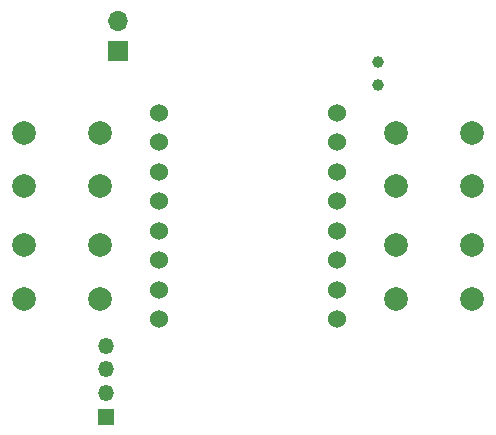
<source format=gbs>
G04 #@! TF.GenerationSoftware,KiCad,Pcbnew,5.1.10*
G04 #@! TF.CreationDate,2021-12-20T19:27:34-06:00*
G04 #@! TF.ProjectId,notawatch,6e6f7461-7761-4746-9368-2e6b69636164,rev?*
G04 #@! TF.SameCoordinates,Original*
G04 #@! TF.FileFunction,Soldermask,Bot*
G04 #@! TF.FilePolarity,Negative*
%FSLAX46Y46*%
G04 Gerber Fmt 4.6, Leading zero omitted, Abs format (unit mm)*
G04 Created by KiCad (PCBNEW 5.1.10) date 2021-12-20 19:27:34*
%MOMM*%
%LPD*%
G01*
G04 APERTURE LIST*
%ADD10O,1.350000X1.350000*%
%ADD11R,1.350000X1.350000*%
%ADD12C,1.000000*%
%ADD13C,1.524000*%
%ADD14C,2.000000*%
%ADD15R,1.700000X1.700000*%
%ADD16O,1.700000X1.700000*%
G04 APERTURE END LIST*
D10*
X140000000Y-114000000D03*
X140000000Y-116000000D03*
X140000000Y-118000000D03*
D11*
X140000000Y-120000000D03*
D12*
X163000000Y-90000000D03*
X163000000Y-91900000D03*
D13*
X159500000Y-111750000D03*
X159500000Y-109250000D03*
X159500000Y-106750000D03*
X159500000Y-104250000D03*
X159500000Y-94250000D03*
X159500000Y-96750000D03*
X159500000Y-99250000D03*
X159500000Y-101750000D03*
X144500000Y-111750000D03*
X144500000Y-109250000D03*
X144500000Y-106750000D03*
X144500000Y-94250000D03*
X144500000Y-96750000D03*
X144500000Y-99250000D03*
X144500000Y-104250000D03*
X144500000Y-101750000D03*
D14*
X171000000Y-105500000D03*
X171000000Y-110000000D03*
X164500000Y-105500000D03*
X164500000Y-110000000D03*
X171000000Y-96000000D03*
X171000000Y-100500000D03*
X164500000Y-96000000D03*
X164500000Y-100500000D03*
X139500000Y-105500000D03*
X139500000Y-110000000D03*
X133000000Y-105500000D03*
X133000000Y-110000000D03*
X139500000Y-96000000D03*
X139500000Y-100500000D03*
X133000000Y-96000000D03*
X133000000Y-100500000D03*
D15*
X141000000Y-89000000D03*
D16*
X141000000Y-86460000D03*
M02*

</source>
